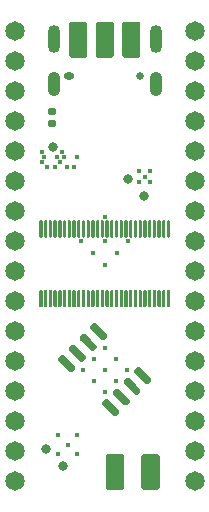
<source format=gbr>
G04 #@! TF.GenerationSoftware,KiCad,Pcbnew,5.1.8-1.fc33*
G04 #@! TF.CreationDate,2020-12-01T15:42:06+01:00*
G04 #@! TF.ProjectId,reDIP-sx,72654449-502d-4737-982e-6b696361645f,0.1*
G04 #@! TF.SameCoordinates,PX5e28010PY8011a50*
G04 #@! TF.FileFunction,Soldermask,Bot*
G04 #@! TF.FilePolarity,Negative*
%FSLAX46Y46*%
G04 Gerber Fmt 4.6, Leading zero omitted, Abs format (unit mm)*
G04 Created by KiCad (PCBNEW 5.1.8-1.fc33) date 2020-12-01 15:42:06*
%MOMM*%
%LPD*%
G01*
G04 APERTURE LIST*
%ADD10O,1.050000X2.350000*%
%ADD11O,1.050000X2.050000*%
%ADD12O,0.650000X0.650000*%
%ADD13O,0.900000X0.650000*%
%ADD14C,0.400000*%
%ADD15C,1.650000*%
%ADD16C,0.800000*%
G04 APERTURE END LIST*
D10*
X13210000Y38690000D03*
X4570000Y38690000D03*
D11*
X13210000Y34865000D03*
X4570000Y34865000D03*
D12*
X11890000Y35590000D03*
D13*
X5890000Y35590000D03*
G36*
G01*
X3630000Y17365000D02*
X3630000Y16055000D01*
G75*
G02*
X3560000Y15985000I-70000J0D01*
G01*
X3420000Y15985000D01*
G75*
G02*
X3350000Y16055000I0J70000D01*
G01*
X3350000Y17365000D01*
G75*
G02*
X3420000Y17435000I70000J0D01*
G01*
X3560000Y17435000D01*
G75*
G02*
X3630000Y17365000I0J-70000D01*
G01*
G37*
G36*
G01*
X3630000Y23265000D02*
X3630000Y21955000D01*
G75*
G02*
X3560000Y21885000I-70000J0D01*
G01*
X3420000Y21885000D01*
G75*
G02*
X3350000Y21955000I0J70000D01*
G01*
X3350000Y23265000D01*
G75*
G02*
X3420000Y23335000I70000J0D01*
G01*
X3560000Y23335000D01*
G75*
G02*
X3630000Y23265000I0J-70000D01*
G01*
G37*
G36*
G01*
X4030000Y17365000D02*
X4030000Y16055000D01*
G75*
G02*
X3960000Y15985000I-70000J0D01*
G01*
X3820000Y15985000D01*
G75*
G02*
X3750000Y16055000I0J70000D01*
G01*
X3750000Y17365000D01*
G75*
G02*
X3820000Y17435000I70000J0D01*
G01*
X3960000Y17435000D01*
G75*
G02*
X4030000Y17365000I0J-70000D01*
G01*
G37*
G36*
G01*
X4030000Y23265000D02*
X4030000Y21955000D01*
G75*
G02*
X3960000Y21885000I-70000J0D01*
G01*
X3820000Y21885000D01*
G75*
G02*
X3750000Y21955000I0J70000D01*
G01*
X3750000Y23265000D01*
G75*
G02*
X3820000Y23335000I70000J0D01*
G01*
X3960000Y23335000D01*
G75*
G02*
X4030000Y23265000I0J-70000D01*
G01*
G37*
G36*
G01*
X4430000Y17365000D02*
X4430000Y16055000D01*
G75*
G02*
X4360000Y15985000I-70000J0D01*
G01*
X4220000Y15985000D01*
G75*
G02*
X4150000Y16055000I0J70000D01*
G01*
X4150000Y17365000D01*
G75*
G02*
X4220000Y17435000I70000J0D01*
G01*
X4360000Y17435000D01*
G75*
G02*
X4430000Y17365000I0J-70000D01*
G01*
G37*
G36*
G01*
X4430000Y23265000D02*
X4430000Y21955000D01*
G75*
G02*
X4360000Y21885000I-70000J0D01*
G01*
X4220000Y21885000D01*
G75*
G02*
X4150000Y21955000I0J70000D01*
G01*
X4150000Y23265000D01*
G75*
G02*
X4220000Y23335000I70000J0D01*
G01*
X4360000Y23335000D01*
G75*
G02*
X4430000Y23265000I0J-70000D01*
G01*
G37*
G36*
G01*
X4830000Y17365000D02*
X4830000Y16055000D01*
G75*
G02*
X4760000Y15985000I-70000J0D01*
G01*
X4620000Y15985000D01*
G75*
G02*
X4550000Y16055000I0J70000D01*
G01*
X4550000Y17365000D01*
G75*
G02*
X4620000Y17435000I70000J0D01*
G01*
X4760000Y17435000D01*
G75*
G02*
X4830000Y17365000I0J-70000D01*
G01*
G37*
G36*
G01*
X4830000Y23265000D02*
X4830000Y21955000D01*
G75*
G02*
X4760000Y21885000I-70000J0D01*
G01*
X4620000Y21885000D01*
G75*
G02*
X4550000Y21955000I0J70000D01*
G01*
X4550000Y23265000D01*
G75*
G02*
X4620000Y23335000I70000J0D01*
G01*
X4760000Y23335000D01*
G75*
G02*
X4830000Y23265000I0J-70000D01*
G01*
G37*
G36*
G01*
X5230000Y17365000D02*
X5230000Y16055000D01*
G75*
G02*
X5160000Y15985000I-70000J0D01*
G01*
X5020000Y15985000D01*
G75*
G02*
X4950000Y16055000I0J70000D01*
G01*
X4950000Y17365000D01*
G75*
G02*
X5020000Y17435000I70000J0D01*
G01*
X5160000Y17435000D01*
G75*
G02*
X5230000Y17365000I0J-70000D01*
G01*
G37*
G36*
G01*
X5230000Y23265000D02*
X5230000Y21955000D01*
G75*
G02*
X5160000Y21885000I-70000J0D01*
G01*
X5020000Y21885000D01*
G75*
G02*
X4950000Y21955000I0J70000D01*
G01*
X4950000Y23265000D01*
G75*
G02*
X5020000Y23335000I70000J0D01*
G01*
X5160000Y23335000D01*
G75*
G02*
X5230000Y23265000I0J-70000D01*
G01*
G37*
G36*
G01*
X5630000Y17365000D02*
X5630000Y16055000D01*
G75*
G02*
X5560000Y15985000I-70000J0D01*
G01*
X5420000Y15985000D01*
G75*
G02*
X5350000Y16055000I0J70000D01*
G01*
X5350000Y17365000D01*
G75*
G02*
X5420000Y17435000I70000J0D01*
G01*
X5560000Y17435000D01*
G75*
G02*
X5630000Y17365000I0J-70000D01*
G01*
G37*
G36*
G01*
X5630000Y23265000D02*
X5630000Y21955000D01*
G75*
G02*
X5560000Y21885000I-70000J0D01*
G01*
X5420000Y21885000D01*
G75*
G02*
X5350000Y21955000I0J70000D01*
G01*
X5350000Y23265000D01*
G75*
G02*
X5420000Y23335000I70000J0D01*
G01*
X5560000Y23335000D01*
G75*
G02*
X5630000Y23265000I0J-70000D01*
G01*
G37*
G36*
G01*
X6030000Y17365000D02*
X6030000Y16055000D01*
G75*
G02*
X5960000Y15985000I-70000J0D01*
G01*
X5820000Y15985000D01*
G75*
G02*
X5750000Y16055000I0J70000D01*
G01*
X5750000Y17365000D01*
G75*
G02*
X5820000Y17435000I70000J0D01*
G01*
X5960000Y17435000D01*
G75*
G02*
X6030000Y17365000I0J-70000D01*
G01*
G37*
G36*
G01*
X6030000Y23265000D02*
X6030000Y21955000D01*
G75*
G02*
X5960000Y21885000I-70000J0D01*
G01*
X5820000Y21885000D01*
G75*
G02*
X5750000Y21955000I0J70000D01*
G01*
X5750000Y23265000D01*
G75*
G02*
X5820000Y23335000I70000J0D01*
G01*
X5960000Y23335000D01*
G75*
G02*
X6030000Y23265000I0J-70000D01*
G01*
G37*
G36*
G01*
X6430000Y17365000D02*
X6430000Y16055000D01*
G75*
G02*
X6360000Y15985000I-70000J0D01*
G01*
X6220000Y15985000D01*
G75*
G02*
X6150000Y16055000I0J70000D01*
G01*
X6150000Y17365000D01*
G75*
G02*
X6220000Y17435000I70000J0D01*
G01*
X6360000Y17435000D01*
G75*
G02*
X6430000Y17365000I0J-70000D01*
G01*
G37*
G36*
G01*
X6430000Y23265000D02*
X6430000Y21955000D01*
G75*
G02*
X6360000Y21885000I-70000J0D01*
G01*
X6220000Y21885000D01*
G75*
G02*
X6150000Y21955000I0J70000D01*
G01*
X6150000Y23265000D01*
G75*
G02*
X6220000Y23335000I70000J0D01*
G01*
X6360000Y23335000D01*
G75*
G02*
X6430000Y23265000I0J-70000D01*
G01*
G37*
G36*
G01*
X6830000Y17365000D02*
X6830000Y16055000D01*
G75*
G02*
X6760000Y15985000I-70000J0D01*
G01*
X6620000Y15985000D01*
G75*
G02*
X6550000Y16055000I0J70000D01*
G01*
X6550000Y17365000D01*
G75*
G02*
X6620000Y17435000I70000J0D01*
G01*
X6760000Y17435000D01*
G75*
G02*
X6830000Y17365000I0J-70000D01*
G01*
G37*
G36*
G01*
X6830000Y23265000D02*
X6830000Y21955000D01*
G75*
G02*
X6760000Y21885000I-70000J0D01*
G01*
X6620000Y21885000D01*
G75*
G02*
X6550000Y21955000I0J70000D01*
G01*
X6550000Y23265000D01*
G75*
G02*
X6620000Y23335000I70000J0D01*
G01*
X6760000Y23335000D01*
G75*
G02*
X6830000Y23265000I0J-70000D01*
G01*
G37*
G36*
G01*
X7230000Y17365000D02*
X7230000Y16055000D01*
G75*
G02*
X7160000Y15985000I-70000J0D01*
G01*
X7020000Y15985000D01*
G75*
G02*
X6950000Y16055000I0J70000D01*
G01*
X6950000Y17365000D01*
G75*
G02*
X7020000Y17435000I70000J0D01*
G01*
X7160000Y17435000D01*
G75*
G02*
X7230000Y17365000I0J-70000D01*
G01*
G37*
G36*
G01*
X7230000Y23265000D02*
X7230000Y21955000D01*
G75*
G02*
X7160000Y21885000I-70000J0D01*
G01*
X7020000Y21885000D01*
G75*
G02*
X6950000Y21955000I0J70000D01*
G01*
X6950000Y23265000D01*
G75*
G02*
X7020000Y23335000I70000J0D01*
G01*
X7160000Y23335000D01*
G75*
G02*
X7230000Y23265000I0J-70000D01*
G01*
G37*
G36*
G01*
X7630000Y17365000D02*
X7630000Y16055000D01*
G75*
G02*
X7560000Y15985000I-70000J0D01*
G01*
X7420000Y15985000D01*
G75*
G02*
X7350000Y16055000I0J70000D01*
G01*
X7350000Y17365000D01*
G75*
G02*
X7420000Y17435000I70000J0D01*
G01*
X7560000Y17435000D01*
G75*
G02*
X7630000Y17365000I0J-70000D01*
G01*
G37*
G36*
G01*
X7630000Y23265000D02*
X7630000Y21955000D01*
G75*
G02*
X7560000Y21885000I-70000J0D01*
G01*
X7420000Y21885000D01*
G75*
G02*
X7350000Y21955000I0J70000D01*
G01*
X7350000Y23265000D01*
G75*
G02*
X7420000Y23335000I70000J0D01*
G01*
X7560000Y23335000D01*
G75*
G02*
X7630000Y23265000I0J-70000D01*
G01*
G37*
G36*
G01*
X8030000Y17365000D02*
X8030000Y16055000D01*
G75*
G02*
X7960000Y15985000I-70000J0D01*
G01*
X7820000Y15985000D01*
G75*
G02*
X7750000Y16055000I0J70000D01*
G01*
X7750000Y17365000D01*
G75*
G02*
X7820000Y17435000I70000J0D01*
G01*
X7960000Y17435000D01*
G75*
G02*
X8030000Y17365000I0J-70000D01*
G01*
G37*
G36*
G01*
X8030000Y23265000D02*
X8030000Y21955000D01*
G75*
G02*
X7960000Y21885000I-70000J0D01*
G01*
X7820000Y21885000D01*
G75*
G02*
X7750000Y21955000I0J70000D01*
G01*
X7750000Y23265000D01*
G75*
G02*
X7820000Y23335000I70000J0D01*
G01*
X7960000Y23335000D01*
G75*
G02*
X8030000Y23265000I0J-70000D01*
G01*
G37*
G36*
G01*
X8430000Y17365000D02*
X8430000Y16055000D01*
G75*
G02*
X8360000Y15985000I-70000J0D01*
G01*
X8220000Y15985000D01*
G75*
G02*
X8150000Y16055000I0J70000D01*
G01*
X8150000Y17365000D01*
G75*
G02*
X8220000Y17435000I70000J0D01*
G01*
X8360000Y17435000D01*
G75*
G02*
X8430000Y17365000I0J-70000D01*
G01*
G37*
G36*
G01*
X8430000Y23265000D02*
X8430000Y21955000D01*
G75*
G02*
X8360000Y21885000I-70000J0D01*
G01*
X8220000Y21885000D01*
G75*
G02*
X8150000Y21955000I0J70000D01*
G01*
X8150000Y23265000D01*
G75*
G02*
X8220000Y23335000I70000J0D01*
G01*
X8360000Y23335000D01*
G75*
G02*
X8430000Y23265000I0J-70000D01*
G01*
G37*
G36*
G01*
X8830000Y17365000D02*
X8830000Y16055000D01*
G75*
G02*
X8760000Y15985000I-70000J0D01*
G01*
X8620000Y15985000D01*
G75*
G02*
X8550000Y16055000I0J70000D01*
G01*
X8550000Y17365000D01*
G75*
G02*
X8620000Y17435000I70000J0D01*
G01*
X8760000Y17435000D01*
G75*
G02*
X8830000Y17365000I0J-70000D01*
G01*
G37*
G36*
G01*
X8830000Y23265000D02*
X8830000Y21955000D01*
G75*
G02*
X8760000Y21885000I-70000J0D01*
G01*
X8620000Y21885000D01*
G75*
G02*
X8550000Y21955000I0J70000D01*
G01*
X8550000Y23265000D01*
G75*
G02*
X8620000Y23335000I70000J0D01*
G01*
X8760000Y23335000D01*
G75*
G02*
X8830000Y23265000I0J-70000D01*
G01*
G37*
G36*
G01*
X9230000Y17365000D02*
X9230000Y16055000D01*
G75*
G02*
X9160000Y15985000I-70000J0D01*
G01*
X9020000Y15985000D01*
G75*
G02*
X8950000Y16055000I0J70000D01*
G01*
X8950000Y17365000D01*
G75*
G02*
X9020000Y17435000I70000J0D01*
G01*
X9160000Y17435000D01*
G75*
G02*
X9230000Y17365000I0J-70000D01*
G01*
G37*
G36*
G01*
X9230000Y23265000D02*
X9230000Y21955000D01*
G75*
G02*
X9160000Y21885000I-70000J0D01*
G01*
X9020000Y21885000D01*
G75*
G02*
X8950000Y21955000I0J70000D01*
G01*
X8950000Y23265000D01*
G75*
G02*
X9020000Y23335000I70000J0D01*
G01*
X9160000Y23335000D01*
G75*
G02*
X9230000Y23265000I0J-70000D01*
G01*
G37*
G36*
G01*
X9630000Y17365000D02*
X9630000Y16055000D01*
G75*
G02*
X9560000Y15985000I-70000J0D01*
G01*
X9420000Y15985000D01*
G75*
G02*
X9350000Y16055000I0J70000D01*
G01*
X9350000Y17365000D01*
G75*
G02*
X9420000Y17435000I70000J0D01*
G01*
X9560000Y17435000D01*
G75*
G02*
X9630000Y17365000I0J-70000D01*
G01*
G37*
G36*
G01*
X9630000Y23265000D02*
X9630000Y21955000D01*
G75*
G02*
X9560000Y21885000I-70000J0D01*
G01*
X9420000Y21885000D01*
G75*
G02*
X9350000Y21955000I0J70000D01*
G01*
X9350000Y23265000D01*
G75*
G02*
X9420000Y23335000I70000J0D01*
G01*
X9560000Y23335000D01*
G75*
G02*
X9630000Y23265000I0J-70000D01*
G01*
G37*
G36*
G01*
X10030000Y17365000D02*
X10030000Y16055000D01*
G75*
G02*
X9960000Y15985000I-70000J0D01*
G01*
X9820000Y15985000D01*
G75*
G02*
X9750000Y16055000I0J70000D01*
G01*
X9750000Y17365000D01*
G75*
G02*
X9820000Y17435000I70000J0D01*
G01*
X9960000Y17435000D01*
G75*
G02*
X10030000Y17365000I0J-70000D01*
G01*
G37*
G36*
G01*
X10030000Y23265000D02*
X10030000Y21955000D01*
G75*
G02*
X9960000Y21885000I-70000J0D01*
G01*
X9820000Y21885000D01*
G75*
G02*
X9750000Y21955000I0J70000D01*
G01*
X9750000Y23265000D01*
G75*
G02*
X9820000Y23335000I70000J0D01*
G01*
X9960000Y23335000D01*
G75*
G02*
X10030000Y23265000I0J-70000D01*
G01*
G37*
G36*
G01*
X10430000Y17365000D02*
X10430000Y16055000D01*
G75*
G02*
X10360000Y15985000I-70000J0D01*
G01*
X10220000Y15985000D01*
G75*
G02*
X10150000Y16055000I0J70000D01*
G01*
X10150000Y17365000D01*
G75*
G02*
X10220000Y17435000I70000J0D01*
G01*
X10360000Y17435000D01*
G75*
G02*
X10430000Y17365000I0J-70000D01*
G01*
G37*
G36*
G01*
X10430000Y23265000D02*
X10430000Y21955000D01*
G75*
G02*
X10360000Y21885000I-70000J0D01*
G01*
X10220000Y21885000D01*
G75*
G02*
X10150000Y21955000I0J70000D01*
G01*
X10150000Y23265000D01*
G75*
G02*
X10220000Y23335000I70000J0D01*
G01*
X10360000Y23335000D01*
G75*
G02*
X10430000Y23265000I0J-70000D01*
G01*
G37*
G36*
G01*
X10830000Y17365000D02*
X10830000Y16055000D01*
G75*
G02*
X10760000Y15985000I-70000J0D01*
G01*
X10620000Y15985000D01*
G75*
G02*
X10550000Y16055000I0J70000D01*
G01*
X10550000Y17365000D01*
G75*
G02*
X10620000Y17435000I70000J0D01*
G01*
X10760000Y17435000D01*
G75*
G02*
X10830000Y17365000I0J-70000D01*
G01*
G37*
G36*
G01*
X10830000Y23265000D02*
X10830000Y21955000D01*
G75*
G02*
X10760000Y21885000I-70000J0D01*
G01*
X10620000Y21885000D01*
G75*
G02*
X10550000Y21955000I0J70000D01*
G01*
X10550000Y23265000D01*
G75*
G02*
X10620000Y23335000I70000J0D01*
G01*
X10760000Y23335000D01*
G75*
G02*
X10830000Y23265000I0J-70000D01*
G01*
G37*
G36*
G01*
X11230000Y17365000D02*
X11230000Y16055000D01*
G75*
G02*
X11160000Y15985000I-70000J0D01*
G01*
X11020000Y15985000D01*
G75*
G02*
X10950000Y16055000I0J70000D01*
G01*
X10950000Y17365000D01*
G75*
G02*
X11020000Y17435000I70000J0D01*
G01*
X11160000Y17435000D01*
G75*
G02*
X11230000Y17365000I0J-70000D01*
G01*
G37*
G36*
G01*
X11230000Y23265000D02*
X11230000Y21955000D01*
G75*
G02*
X11160000Y21885000I-70000J0D01*
G01*
X11020000Y21885000D01*
G75*
G02*
X10950000Y21955000I0J70000D01*
G01*
X10950000Y23265000D01*
G75*
G02*
X11020000Y23335000I70000J0D01*
G01*
X11160000Y23335000D01*
G75*
G02*
X11230000Y23265000I0J-70000D01*
G01*
G37*
G36*
G01*
X11630000Y17365000D02*
X11630000Y16055000D01*
G75*
G02*
X11560000Y15985000I-70000J0D01*
G01*
X11420000Y15985000D01*
G75*
G02*
X11350000Y16055000I0J70000D01*
G01*
X11350000Y17365000D01*
G75*
G02*
X11420000Y17435000I70000J0D01*
G01*
X11560000Y17435000D01*
G75*
G02*
X11630000Y17365000I0J-70000D01*
G01*
G37*
G36*
G01*
X11630000Y23265000D02*
X11630000Y21955000D01*
G75*
G02*
X11560000Y21885000I-70000J0D01*
G01*
X11420000Y21885000D01*
G75*
G02*
X11350000Y21955000I0J70000D01*
G01*
X11350000Y23265000D01*
G75*
G02*
X11420000Y23335000I70000J0D01*
G01*
X11560000Y23335000D01*
G75*
G02*
X11630000Y23265000I0J-70000D01*
G01*
G37*
G36*
G01*
X12030000Y17365000D02*
X12030000Y16055000D01*
G75*
G02*
X11960000Y15985000I-70000J0D01*
G01*
X11820000Y15985000D01*
G75*
G02*
X11750000Y16055000I0J70000D01*
G01*
X11750000Y17365000D01*
G75*
G02*
X11820000Y17435000I70000J0D01*
G01*
X11960000Y17435000D01*
G75*
G02*
X12030000Y17365000I0J-70000D01*
G01*
G37*
G36*
G01*
X12030000Y23265000D02*
X12030000Y21955000D01*
G75*
G02*
X11960000Y21885000I-70000J0D01*
G01*
X11820000Y21885000D01*
G75*
G02*
X11750000Y21955000I0J70000D01*
G01*
X11750000Y23265000D01*
G75*
G02*
X11820000Y23335000I70000J0D01*
G01*
X11960000Y23335000D01*
G75*
G02*
X12030000Y23265000I0J-70000D01*
G01*
G37*
G36*
G01*
X12430000Y17365000D02*
X12430000Y16055000D01*
G75*
G02*
X12360000Y15985000I-70000J0D01*
G01*
X12220000Y15985000D01*
G75*
G02*
X12150000Y16055000I0J70000D01*
G01*
X12150000Y17365000D01*
G75*
G02*
X12220000Y17435000I70000J0D01*
G01*
X12360000Y17435000D01*
G75*
G02*
X12430000Y17365000I0J-70000D01*
G01*
G37*
G36*
G01*
X12430000Y23265000D02*
X12430000Y21955000D01*
G75*
G02*
X12360000Y21885000I-70000J0D01*
G01*
X12220000Y21885000D01*
G75*
G02*
X12150000Y21955000I0J70000D01*
G01*
X12150000Y23265000D01*
G75*
G02*
X12220000Y23335000I70000J0D01*
G01*
X12360000Y23335000D01*
G75*
G02*
X12430000Y23265000I0J-70000D01*
G01*
G37*
G36*
G01*
X12830000Y17365000D02*
X12830000Y16055000D01*
G75*
G02*
X12760000Y15985000I-70000J0D01*
G01*
X12620000Y15985000D01*
G75*
G02*
X12550000Y16055000I0J70000D01*
G01*
X12550000Y17365000D01*
G75*
G02*
X12620000Y17435000I70000J0D01*
G01*
X12760000Y17435000D01*
G75*
G02*
X12830000Y17365000I0J-70000D01*
G01*
G37*
G36*
G01*
X12830000Y23265000D02*
X12830000Y21955000D01*
G75*
G02*
X12760000Y21885000I-70000J0D01*
G01*
X12620000Y21885000D01*
G75*
G02*
X12550000Y21955000I0J70000D01*
G01*
X12550000Y23265000D01*
G75*
G02*
X12620000Y23335000I70000J0D01*
G01*
X12760000Y23335000D01*
G75*
G02*
X12830000Y23265000I0J-70000D01*
G01*
G37*
G36*
G01*
X13230000Y17365000D02*
X13230000Y16055000D01*
G75*
G02*
X13160000Y15985000I-70000J0D01*
G01*
X13020000Y15985000D01*
G75*
G02*
X12950000Y16055000I0J70000D01*
G01*
X12950000Y17365000D01*
G75*
G02*
X13020000Y17435000I70000J0D01*
G01*
X13160000Y17435000D01*
G75*
G02*
X13230000Y17365000I0J-70000D01*
G01*
G37*
G36*
G01*
X13230000Y23265000D02*
X13230000Y21955000D01*
G75*
G02*
X13160000Y21885000I-70000J0D01*
G01*
X13020000Y21885000D01*
G75*
G02*
X12950000Y21955000I0J70000D01*
G01*
X12950000Y23265000D01*
G75*
G02*
X13020000Y23335000I70000J0D01*
G01*
X13160000Y23335000D01*
G75*
G02*
X13230000Y23265000I0J-70000D01*
G01*
G37*
G36*
G01*
X13630000Y17365000D02*
X13630000Y16055000D01*
G75*
G02*
X13560000Y15985000I-70000J0D01*
G01*
X13420000Y15985000D01*
G75*
G02*
X13350000Y16055000I0J70000D01*
G01*
X13350000Y17365000D01*
G75*
G02*
X13420000Y17435000I70000J0D01*
G01*
X13560000Y17435000D01*
G75*
G02*
X13630000Y17365000I0J-70000D01*
G01*
G37*
G36*
G01*
X13630000Y23265000D02*
X13630000Y21955000D01*
G75*
G02*
X13560000Y21885000I-70000J0D01*
G01*
X13420000Y21885000D01*
G75*
G02*
X13350000Y21955000I0J70000D01*
G01*
X13350000Y23265000D01*
G75*
G02*
X13420000Y23335000I70000J0D01*
G01*
X13560000Y23335000D01*
G75*
G02*
X13630000Y23265000I0J-70000D01*
G01*
G37*
G36*
G01*
X14030000Y17365000D02*
X14030000Y16055000D01*
G75*
G02*
X13960000Y15985000I-70000J0D01*
G01*
X13820000Y15985000D01*
G75*
G02*
X13750000Y16055000I0J70000D01*
G01*
X13750000Y17365000D01*
G75*
G02*
X13820000Y17435000I70000J0D01*
G01*
X13960000Y17435000D01*
G75*
G02*
X14030000Y17365000I0J-70000D01*
G01*
G37*
G36*
G01*
X14030000Y23265000D02*
X14030000Y21955000D01*
G75*
G02*
X13960000Y21885000I-70000J0D01*
G01*
X13820000Y21885000D01*
G75*
G02*
X13750000Y21955000I0J70000D01*
G01*
X13750000Y23265000D01*
G75*
G02*
X13820000Y23335000I70000J0D01*
G01*
X13960000Y23335000D01*
G75*
G02*
X14030000Y23265000I0J-70000D01*
G01*
G37*
G36*
G01*
X14430000Y17365000D02*
X14430000Y16055000D01*
G75*
G02*
X14360000Y15985000I-70000J0D01*
G01*
X14220000Y15985000D01*
G75*
G02*
X14150000Y16055000I0J70000D01*
G01*
X14150000Y17365000D01*
G75*
G02*
X14220000Y17435000I70000J0D01*
G01*
X14360000Y17435000D01*
G75*
G02*
X14430000Y17365000I0J-70000D01*
G01*
G37*
G36*
G01*
X14430000Y23265000D02*
X14430000Y21955000D01*
G75*
G02*
X14360000Y21885000I-70000J0D01*
G01*
X14220000Y21885000D01*
G75*
G02*
X14150000Y21955000I0J70000D01*
G01*
X14150000Y23265000D01*
G75*
G02*
X14220000Y23335000I70000J0D01*
G01*
X14360000Y23335000D01*
G75*
G02*
X14430000Y23265000I0J-70000D01*
G01*
G37*
D14*
X6550000Y28700000D03*
X5410000Y28690000D03*
X4890000Y28700000D03*
X3750000Y28700000D03*
X5070000Y28280000D03*
X5230000Y29110000D03*
X6300000Y27860000D03*
X5660000Y27860000D03*
X4650000Y27870000D03*
X4010000Y27870000D03*
X3560000Y28280000D03*
X3560000Y29110000D03*
G36*
G01*
X4222500Y31815000D02*
X4617500Y31815000D01*
G75*
G02*
X4765000Y31667500I0J-147500D01*
G01*
X4765000Y31372500D01*
G75*
G02*
X4617500Y31225000I-147500J0D01*
G01*
X4222500Y31225000D01*
G75*
G02*
X4075000Y31372500I0J147500D01*
G01*
X4075000Y31667500D01*
G75*
G02*
X4222500Y31815000I147500J0D01*
G01*
G37*
G36*
G01*
X4222500Y32835000D02*
X4617500Y32835000D01*
G75*
G02*
X4765000Y32687500I0J-147500D01*
G01*
X4765000Y32392500D01*
G75*
G02*
X4617500Y32245000I-147500J0D01*
G01*
X4222500Y32245000D01*
G75*
G02*
X4075000Y32392500I0J147500D01*
G01*
X4075000Y32687500D01*
G75*
G02*
X4222500Y32835000I147500J0D01*
G01*
G37*
D15*
X16510000Y26670000D03*
X16510000Y29210000D03*
X16510000Y31750000D03*
X16510000Y34290000D03*
X16510000Y36830000D03*
X16510000Y39370000D03*
X1270000Y26670000D03*
X1270000Y29210000D03*
X1270000Y31750000D03*
X1270000Y34290000D03*
X1270000Y36830000D03*
X1270000Y39370000D03*
G36*
G01*
X11915000Y40010000D02*
X11915000Y37270000D01*
G75*
G02*
X11760000Y37115000I-155000J0D01*
G01*
X10520000Y37115000D01*
G75*
G02*
X10365000Y37270000I0J155000D01*
G01*
X10365000Y40010000D01*
G75*
G02*
X10520000Y40165000I155000J0D01*
G01*
X11760000Y40165000D01*
G75*
G02*
X11915000Y40010000I0J-155000D01*
G01*
G37*
G36*
G01*
X13545000Y3400000D02*
X13545000Y660000D01*
G75*
G02*
X13390000Y505000I-155000J0D01*
G01*
X12150000Y505000D01*
G75*
G02*
X11995000Y660000I0J155000D01*
G01*
X11995000Y3400000D01*
G75*
G02*
X12150000Y3555000I155000J0D01*
G01*
X13390000Y3555000D01*
G75*
G02*
X13545000Y3400000I0J-155000D01*
G01*
G37*
G36*
G01*
X10545000Y3400000D02*
X10545000Y660000D01*
G75*
G02*
X10390000Y505000I-155000J0D01*
G01*
X9150000Y505000D01*
G75*
G02*
X8995000Y660000I0J155000D01*
G01*
X8995000Y3400000D01*
G75*
G02*
X9150000Y3555000I155000J0D01*
G01*
X10390000Y3555000D01*
G75*
G02*
X10545000Y3400000I0J-155000D01*
G01*
G37*
G36*
G01*
X7415000Y40010000D02*
X7415000Y37270000D01*
G75*
G02*
X7260000Y37115000I-155000J0D01*
G01*
X6020000Y37115000D01*
G75*
G02*
X5865000Y37270000I0J155000D01*
G01*
X5865000Y40010000D01*
G75*
G02*
X6020000Y40165000I155000J0D01*
G01*
X7260000Y40165000D01*
G75*
G02*
X7415000Y40010000I0J-155000D01*
G01*
G37*
G36*
G01*
X9665000Y40010000D02*
X9665000Y37270000D01*
G75*
G02*
X9510000Y37115000I-155000J0D01*
G01*
X8270000Y37115000D01*
G75*
G02*
X8115000Y37270000I0J155000D01*
G01*
X8115000Y40010000D01*
G75*
G02*
X8270000Y40165000I155000J0D01*
G01*
X9510000Y40165000D01*
G75*
G02*
X9665000Y40010000I0J-155000D01*
G01*
G37*
X16510000Y1270000D03*
X16510000Y3810000D03*
X16510000Y6350000D03*
X16510000Y8890000D03*
X16510000Y11430000D03*
X16510000Y13970000D03*
X16510000Y16510000D03*
X16510000Y19050000D03*
X16510000Y21590000D03*
X16510000Y24130000D03*
D16*
X5360000Y2570000D03*
D15*
X1270000Y1270000D03*
X1270000Y3810000D03*
X1270000Y6350000D03*
X1270000Y8890000D03*
X1270000Y11430000D03*
X1270000Y13970000D03*
X1270000Y16510000D03*
X1270000Y19050000D03*
X1270000Y21590000D03*
X1270000Y24130000D03*
G36*
G01*
X8683171Y7972942D02*
X8912981Y8202752D01*
G75*
G02*
X9142791Y8202752I114905J-114905D01*
G01*
X10115063Y7230480D01*
G75*
G02*
X10115063Y7000670I-114905J-114905D01*
G01*
X9885253Y6770860D01*
G75*
G02*
X9655443Y6770860I-114905J114905D01*
G01*
X8683171Y7743132D01*
G75*
G02*
X8683171Y7972942I114905J114905D01*
G01*
G37*
G36*
G01*
X9581196Y8870968D02*
X9811006Y9100778D01*
G75*
G02*
X10040816Y9100778I114905J-114905D01*
G01*
X11013088Y8128506D01*
G75*
G02*
X11013088Y7898696I-114905J-114905D01*
G01*
X10783278Y7668886D01*
G75*
G02*
X10553468Y7668886I-114905J114905D01*
G01*
X9581196Y8641158D01*
G75*
G02*
X9581196Y8870968I114905J114905D01*
G01*
G37*
G36*
G01*
X10479222Y9768994D02*
X10709032Y9998804D01*
G75*
G02*
X10938842Y9998804I114905J-114905D01*
G01*
X11911114Y9026532D01*
G75*
G02*
X11911114Y8796722I-114905J-114905D01*
G01*
X11681304Y8566912D01*
G75*
G02*
X11451494Y8566912I-114905J114905D01*
G01*
X10479222Y9539184D01*
G75*
G02*
X10479222Y9768994I114905J114905D01*
G01*
G37*
G36*
G01*
X11377248Y10667019D02*
X11607058Y10896829D01*
G75*
G02*
X11836868Y10896829I114905J-114905D01*
G01*
X12809140Y9924557D01*
G75*
G02*
X12809140Y9694747I-114905J-114905D01*
G01*
X12579330Y9464937D01*
G75*
G02*
X12349520Y9464937I-114905J114905D01*
G01*
X11377248Y10437209D01*
G75*
G02*
X11377248Y10667019I114905J114905D01*
G01*
G37*
G36*
G01*
X7664937Y14379330D02*
X7894747Y14609140D01*
G75*
G02*
X8124557Y14609140I114905J-114905D01*
G01*
X9096829Y13636868D01*
G75*
G02*
X9096829Y13407058I-114905J-114905D01*
G01*
X8867019Y13177248D01*
G75*
G02*
X8637209Y13177248I-114905J114905D01*
G01*
X7664937Y14149520D01*
G75*
G02*
X7664937Y14379330I114905J114905D01*
G01*
G37*
G36*
G01*
X6766912Y13481304D02*
X6996722Y13711114D01*
G75*
G02*
X7226532Y13711114I114905J-114905D01*
G01*
X8198804Y12738842D01*
G75*
G02*
X8198804Y12509032I-114905J-114905D01*
G01*
X7968994Y12279222D01*
G75*
G02*
X7739184Y12279222I-114905J114905D01*
G01*
X6766912Y13251494D01*
G75*
G02*
X6766912Y13481304I114905J114905D01*
G01*
G37*
G36*
G01*
X5868886Y12583278D02*
X6098696Y12813088D01*
G75*
G02*
X6328506Y12813088I114905J-114905D01*
G01*
X7300778Y11840816D01*
G75*
G02*
X7300778Y11611006I-114905J-114905D01*
G01*
X7070968Y11381196D01*
G75*
G02*
X6841158Y11381196I-114905J114905D01*
G01*
X5868886Y12353468D01*
G75*
G02*
X5868886Y12583278I114905J114905D01*
G01*
G37*
G36*
G01*
X4970860Y11685253D02*
X5200670Y11915063D01*
G75*
G02*
X5430480Y11915063I114905J-114905D01*
G01*
X6402752Y10942791D01*
G75*
G02*
X6402752Y10712981I-114905J-114905D01*
G01*
X6172942Y10483171D01*
G75*
G02*
X5943132Y10483171I-114905J114905D01*
G01*
X4970860Y11455443D01*
G75*
G02*
X4970860Y11685253I114905J114905D01*
G01*
G37*
D14*
X12740000Y27500000D03*
X11820000Y27500000D03*
X12280000Y27040000D03*
X12740000Y26580000D03*
X11820000Y26580000D03*
X8890000Y19600000D03*
X6530000Y3560000D03*
X6530000Y5150000D03*
X5740000Y4360000D03*
X4950000Y3560000D03*
X4950000Y5150000D03*
X9820000Y11600000D03*
X10770000Y10700000D03*
X9830000Y9750000D03*
X8900000Y8830000D03*
X8890000Y10690000D03*
X7970000Y9760000D03*
X7020000Y10680000D03*
X7970000Y11620000D03*
X8890000Y12550000D03*
X9890000Y20610000D03*
X10870000Y21590000D03*
X8890000Y23600000D03*
X8890000Y21590000D03*
X7900000Y20610000D03*
X6910000Y21590000D03*
D16*
X10830000Y26850000D03*
X12250000Y25440000D03*
X3940000Y3950000D03*
X4500000Y29560000D03*
M02*

</source>
